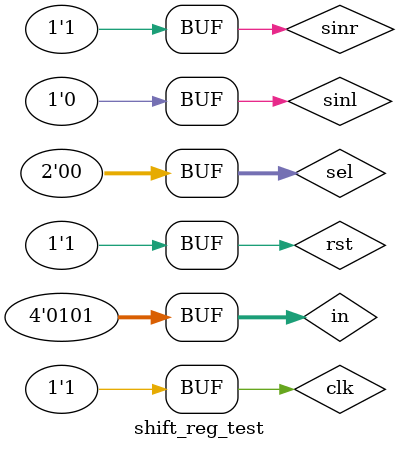
<source format=v>
`timescale 1ns / 1ps

module shift_reg_test();
reg [3:0]in;
reg [1:0]sel;
reg clk,rst,sinr,sinl;
wire [3:0]out;
shift_reg uut(in,sel,clk,rst,sinr,sinl,out);
initial begin
clk = 1'b1;
rst = 1'b1;
sinr = 1'b1;
sinl = 1'b0;
sel = 2'b00;
#100;
rst = 1'b1;
#100;
in = 4'b0101;
sel = 2'b10;
#100;
sel = 2'b11;
#100;
sel = 2'b01;
#100;
sel = 2'b10;
#100;
sel = 2'b00;
end
endmodule

</source>
